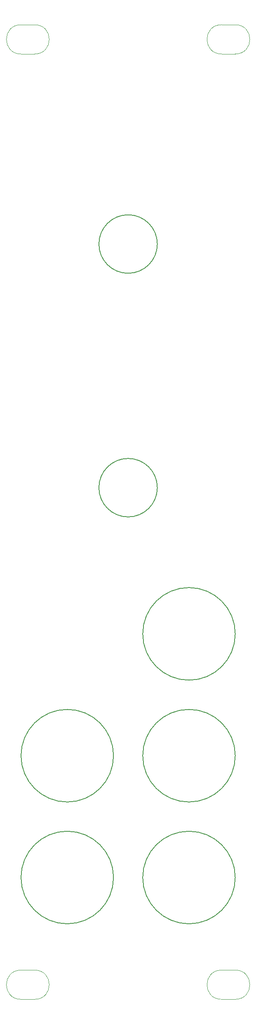
<source format=gbr>
G04 #@! TF.GenerationSoftware,KiCad,Pcbnew,6.0.4-6f826c9f35~116~ubuntu20.04.1*
G04 #@! TF.CreationDate,2022-04-19T20:10:12-04:00*
G04 #@! TF.ProjectId,arpenvfol_panel,61727065-6e76-4666-9f6c-5f70616e656c,rev?*
G04 #@! TF.SameCoordinates,Original*
G04 #@! TF.FileFunction,Other,Comment*
%FSLAX46Y46*%
G04 Gerber Fmt 4.6, Leading zero omitted, Abs format (unit mm)*
G04 Created by KiCad (PCBNEW 6.0.4-6f826c9f35~116~ubuntu20.04.1) date 2022-04-19 20:10:12*
%MOMM*%
%LPD*%
G01*
G04 APERTURE LIST*
%ADD10C,0.120000*%
%ADD11C,0.150000*%
G04 APERTURE END LIST*
D10*
G04 #@! TO.C,H10*
X63100000Y-207600000D02*
X60300000Y-207600000D01*
X63100000Y-201600000D02*
X60300000Y-201600000D01*
X63100000Y-13600000D02*
X60300000Y-13600000D01*
X63100000Y-7600000D02*
X60300000Y-7600000D01*
X63100000Y-13600000D02*
G75*
G03*
X63100000Y-7600000I0J3000000D01*
G01*
X60300000Y-7600000D02*
G75*
G03*
X60300000Y-13600000I0J-3000000D01*
G01*
X60300000Y-201600000D02*
G75*
G03*
X60300000Y-207600000I0J-3000000D01*
G01*
X63100000Y-207600000D02*
G75*
G03*
X63100000Y-201600000I0J3000000D01*
G01*
D11*
G04 #@! TO.C,H6*
X47100000Y-102600000D02*
G75*
G03*
X47100000Y-102600000I-6000000J0D01*
G01*
G04 #@! TO.C,H1*
X38100000Y-157600000D02*
G75*
G03*
X38100000Y-157600000I-9500000J0D01*
G01*
D10*
G04 #@! TO.C,H7*
X19100000Y-207600000D02*
X21900000Y-207600000D01*
X19100000Y-7600000D02*
X21900000Y-7600000D01*
X19100000Y-201600000D02*
X21900000Y-201600000D01*
X19100000Y-13600000D02*
X21900000Y-13600000D01*
X21900000Y-207600000D02*
G75*
G03*
X21900000Y-201600000I0J3000000D01*
G01*
X21900000Y-13600000D02*
G75*
G03*
X21900000Y-7600000I0J3000000D01*
G01*
X19100000Y-201600000D02*
G75*
G03*
X19100000Y-207600000I0J-3000000D01*
G01*
X19100000Y-7600000D02*
G75*
G03*
X19100000Y-13600000I0J-3000000D01*
G01*
D11*
G04 #@! TO.C,H2*
X38100000Y-182600000D02*
G75*
G03*
X38100000Y-182600000I-9500000J0D01*
G01*
G04 #@! TO.C,H3*
X63100000Y-157600000D02*
G75*
G03*
X63100000Y-157600000I-9500000J0D01*
G01*
G04 #@! TO.C,H4*
X63100000Y-182600000D02*
G75*
G03*
X63100000Y-182600000I-9500000J0D01*
G01*
G04 #@! TO.C,H9*
X47100000Y-52600000D02*
G75*
G03*
X47100000Y-52600000I-6000000J0D01*
G01*
G04 #@! TO.C,H5*
X63100000Y-132600000D02*
G75*
G03*
X63100000Y-132600000I-9500000J0D01*
G01*
G04 #@! TD*
M02*

</source>
